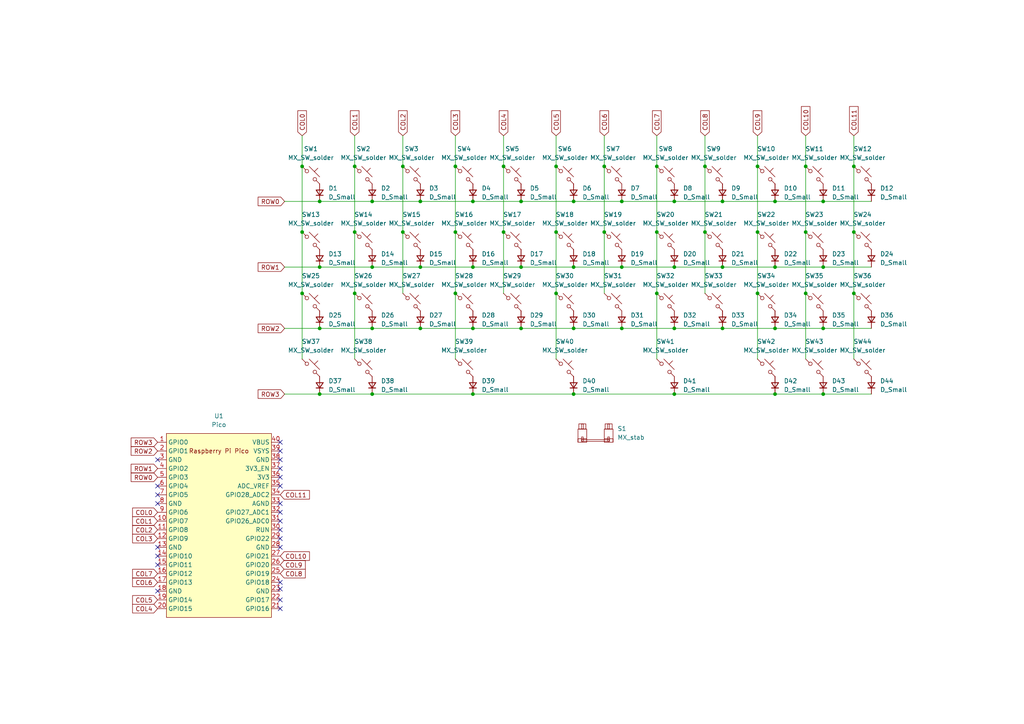
<source format=kicad_sch>
(kicad_sch (version 20230121) (generator eeschema)
  (paper "A4")
  (title_block (title "Bratski Keyboard") (date "2023-12-13") (rev "1") (company "Sinisha Stojchevski"))
  (lib_symbols
    (symbol "Device:D_Small" (pin_numbers hide) (pin_names (offset 0.254) hide)
      (property "Reference" "D" (at -1.27 2.032 0))
      (property "Value" "D_Small" (at -3.81 -2.032 0))
      (symbol "D_Small_0_1"
        (polyline (pts (xy -0.762 -1.016) (xy -0.762 1.016)) (stroke (width 0.254)))
        (polyline (pts (xy -0.762 0) (xy 0.762 0)))
        (polyline (pts (xy 0.762 -1.016) (xy -0.762 0) (xy 0.762 1.016) (xy 0.762 -1.016)) (stroke (width 0.254)))
      )
      (symbol "D_Small_1_1"
        (pin passive line (at -2.54 0 0) (length 1.778) (name "K") (number "1"))
        (pin passive line (at 2.54 0 180) (length 1.778) (name "A") (number "2"))
      )
    )
    (symbol "MCU_RaspberryPi_and_Boards:Pico"
      (property "Reference" "U1" (at 0 31.75 0))
      (property "Value" "Pico" (at 0 29.21 0))
      (symbol "Pico_0_0"
        (text "Raspberry Pi Pico" (at 0 21.59 0) (effects (font (size 1.27 1.27))))
      )
      (symbol "Pico_0_1"
        (rectangle (start -15.24 26.67) (end 15.24 -26.67) (fill (type background)))
      )
      (symbol "Pico_1_1"
        (pin bidirectional line (at -17.78 24.13 0) (length 2.54) (name "GPIO0") (number "1"))
        (pin bidirectional line (at -17.78 1.27 0) (length 2.54) (name "GPIO7") (number "10"))
        (pin bidirectional line (at -17.78 -1.27 0) (length 2.54) (name "GPIO8") (number "11"))
        (pin bidirectional line (at -17.78 -3.81 0) (length 2.54) (name "GPIO9") (number "12"))
        (pin power_in line (at -17.78 -6.35 0) (length 2.54) (name "GND") (number "13"))
        (pin bidirectional line (at -17.78 -8.89 0) (length 2.54) (name "GPIO10") (number "14"))
        (pin bidirectional line (at -17.78 -11.43 0) (length 2.54) (name "GPIO11") (number "15"))
        (pin bidirectional line (at -17.78 -13.97 0) (length 2.54) (name "GPIO12") (number "16"))
        (pin bidirectional line (at -17.78 -16.51 0) (length 2.54) (name "GPIO13") (number "17"))
        (pin power_in line (at -17.78 -19.05 0) (length 2.54) (name "GND") (number "18"))
        (pin bidirectional line (at -17.78 -21.59 0) (length 2.54) (name "GPIO14") (number "19"))
        (pin bidirectional line (at -17.78 21.59 0) (length 2.54) (name "GPIO1") (number "2"))
        (pin bidirectional line (at -17.78 -24.13 0) (length 2.54) (name "GPIO15") (number "20"))
        (pin bidirectional line (at 17.78 -24.13 180) (length 2.54) (name "GPIO16") (number "21"))
        (pin bidirectional line (at 17.78 -21.59 180) (length 2.54) (name "GPIO17") (number "22"))
        (pin power_in line (at 17.78 -19.05 180) (length 2.54) (name "GND") (number "23"))
        (pin bidirectional line (at 17.78 -16.51 180) (length 2.54) (name "GPIO18") (number "24"))
        (pin bidirectional line (at 17.78 -13.97 180) (length 2.54) (name "GPIO19") (number "25"))
        (pin bidirectional line (at 17.78 -11.43 180) (length 2.54) (name "GPIO20") (number "26"))
        (pin bidirectional line (at 17.78 -8.89 180) (length 2.54) (name "GPIO21") (number "27"))
        (pin power_in line (at 17.78 -6.35 180) (length 2.54) (name "GND") (number "28"))
        (pin bidirectional line (at 17.78 -3.81 180) (length 2.54) (name "GPIO22") (number "29"))
        (pin power_in line (at -17.78 19.05 0) (length 2.54) (name "GND") (number "3"))
        (pin input line (at 17.78 -1.27 180) (length 2.54) (name "RUN") (number "30"))
        (pin bidirectional line (at 17.78 1.27 180) (length 2.54) (name "GPIO26_ADC0") (number "31"))
        (pin bidirectional line (at 17.78 3.81 180) (length 2.54) (name "GPIO27_ADC1") (number "32"))
        (pin power_in line (at 17.78 6.35 180) (length 2.54) (name "AGND") (number "33"))
        (pin bidirectional line (at 17.78 8.89 180) (length 2.54) (name "GPIO28_ADC2") (number "34"))
        (pin power_in line (at 17.78 11.43 180) (length 2.54) (name "ADC_VREF") (number "35"))
        (pin power_in line (at 17.78 13.97 180) (length 2.54) (name "3V3") (number "36"))
        (pin input line (at 17.78 16.51 180) (length 2.54) (name "3V3_EN") (number "37"))
        (pin bidirectional line (at 17.78 19.05 180) (length 2.54) (name "GND") (number "38"))
        (pin power_in line (at 17.78 21.59 180) (length 2.54) (name "VSYS") (number "39"))
        (pin bidirectional line (at -17.78 16.51 0) (length 2.54) (name "GPIO2") (number "4"))
        (pin power_in line (at 17.78 24.13 180) (length 2.54) (name "VBUS") (number "40"))
        (pin bidirectional line (at -17.78 13.97 0) (length 2.54) (name "GPIO3") (number "5"))
        (pin bidirectional line (at -17.78 11.43 0) (length 2.54) (name "GPIO4") (number "6"))
        (pin bidirectional line (at -17.78 8.89 0) (length 2.54) (name "GPIO5") (number "7"))
        (pin power_in line (at -17.78 6.35 0) (length 2.54) (name "GND") (number "8"))
        (pin bidirectional line (at -17.78 3.81 0) (length 2.54) (name "GPIO6") (number "9"))
      )
    )
    (symbol "marbastlib-mx:MX_SW_solder" (pin_numbers hide) (pin_names (offset 1.016) hide)
      (property "Reference" "SW" (at 3.048 1.016 0))
      (property "Value" "MX_SW_solder" (at 0 -3.81 0))
      (symbol "MX_SW_solder_0_1"
        (circle (center -1.1684 1.1684) (radius 0.508))
        (polyline (pts (xy -0.508 2.54) (xy 2.54 -0.508)))
        (polyline (pts (xy 1.016 1.016) (xy 2.032 2.032)))
        (polyline (pts (xy -2.54 2.54) (xy -1.524 1.524) (xy -1.524 1.524)))
        (polyline (pts (xy 1.524 -1.524) (xy 2.54 -2.54) (xy 2.54 -2.54) (xy 2.54 -2.54)))
        (circle (center 1.143 -1.1938) (radius 0.508))
        (pin passive line (at -2.54 2.54 0) (length 0) (name "1") (number "1"))
        (pin passive line (at 2.54 -2.54 180) (length 0) (name "2") (number "2"))
      )
    )
    (symbol "marbastlib-mx:MX_stab" (pin_names (offset 1.016))
      (property "Reference" "S" (at -5.08 6.35 0))
      (property "Value" "MX_stab" (at -5.08 3.81 0))
      (symbol "MX_stab_0_1"
        (rectangle (start -5.08 -1.524) (end -2.54 -2.54))
        (rectangle (start -5.08 1.27) (end -2.54 -2.54))
        (rectangle (start -4.826 2.794) (end -2.794 1.27))
        (rectangle (start -4.064 -2.286) (end -3.556 -1.016))
        (rectangle (start -4.064 -1.778) (end 4.064 -2.286))
        (rectangle (start -4.064 1.27) (end -3.556 2.794))
        (rectangle (start 2.54 -1.524) (end 5.08 -2.54))
        (rectangle (start 2.54 1.27) (end 5.08 -2.54))
        (rectangle (start 2.794 2.794) (end 4.826 1.27))
        (rectangle (start 3.556 1.27) (end 4.064 2.794))
        (rectangle (start 4.064 -2.286) (end 3.556 -1.016))
      )
    )
  )
  (junction (at 116.84 48.26))
  (junction (at 233.68 85.09))
  (junction (at 195.58 77.47))
  (junction (at 137.16 114.3))
  (junction (at 137.16 95.25))
  (junction (at 238.76 95.25))
  (junction (at 132.08 67.31))
  (junction (at 247.65 48.26))
  (junction (at 224.79 77.47))
  (junction (at 195.58 114.3))
  (junction (at 195.58 95.25))
  (junction (at 166.37 77.47))
  (junction (at 238.76 77.47))
  (junction (at 107.95 95.25))
  (junction (at 180.34 58.42))
  (junction (at 137.16 77.47))
  (junction (at 146.05 48.26))
  (junction (at 92.71 114.3))
  (junction (at 238.76 58.42))
  (junction (at 87.63 67.31))
  (junction (at 180.34 77.47))
  (junction (at 224.79 114.3))
  (junction (at 107.95 77.47))
  (junction (at 102.87 48.26))
  (junction (at 146.05 67.31))
  (junction (at 190.5 48.26))
  (junction (at 116.84 67.31))
  (junction (at 87.63 85.09))
  (junction (at 151.13 77.47))
  (junction (at 121.92 77.47))
  (junction (at 190.5 85.09))
  (junction (at 224.79 58.42))
  (junction (at 137.16 58.42))
  (junction (at 121.92 58.42))
  (junction (at 247.65 67.31))
  (junction (at 102.87 85.09))
  (junction (at 209.55 95.25))
  (junction (at 209.55 77.47))
  (junction (at 161.29 67.31))
  (junction (at 132.08 48.26))
  (junction (at 204.47 48.26))
  (junction (at 161.29 48.26))
  (junction (at 175.26 48.26))
  (junction (at 166.37 58.42))
  (junction (at 151.13 95.25))
  (junction (at 219.71 48.26))
  (junction (at 92.71 77.47))
  (junction (at 238.76 114.3))
  (junction (at 166.37 114.3))
  (junction (at 132.08 85.09))
  (junction (at 166.37 95.25))
  (junction (at 233.68 48.26))
  (junction (at 233.68 67.31))
  (junction (at 151.13 58.42))
  (junction (at 247.65 85.09))
  (junction (at 121.92 95.25))
  (junction (at 161.29 85.09))
  (junction (at 180.34 95.25))
  (junction (at 190.5 67.31))
  (junction (at 107.95 114.3))
  (junction (at 107.95 58.42))
  (junction (at 204.47 67.31))
  (junction (at 219.71 67.31))
  (junction (at 195.58 58.42))
  (junction (at 92.71 58.42))
  (junction (at 175.26 67.31))
  (junction (at 102.87 67.31))
  (junction (at 92.71 95.25))
  (junction (at 87.63 48.26))
  (junction (at 224.79 95.25))
  (junction (at 209.55 58.42))
  (junction (at 219.71 85.09))
  (no_connect (at 45.72 140.97))
  (no_connect (at 45.72 163.83))
  (no_connect (at 45.72 161.29))
  (no_connect (at 45.72 143.51))
  (no_connect (at 81.28 135.89))
  (no_connect (at 81.28 158.75))
  (no_connect (at 81.28 128.27))
  (no_connect (at 81.28 173.99))
  (no_connect (at 81.28 130.81))
  (no_connect (at 81.28 133.35))
  (no_connect (at 81.28 170.815))
  (no_connect (at 81.28 176.53))
  (no_connect (at 81.28 168.91))
  (no_connect (at 81.28 156.21))
  (no_connect (at 81.28 148.59))
  (no_connect (at 45.72 133.35))
  (no_connect (at 81.28 146.05))
  (no_connect (at 81.28 151.13))
  (no_connect (at 81.28 140.97))
  (no_connect (at 81.28 153.67))
  (no_connect (at 45.72 146.05))
  (no_connect (at 45.72 158.75))
  (no_connect (at 45.72 171.45))
  (no_connect (at 81.28 138.43))
  (wire (pts (xy 87.63 39.37) (xy 87.63 48.26)))
  (wire (pts (xy 82.55 114.3) (xy 92.71 114.3)))
  (wire (pts (xy 224.79 58.42) (xy 238.76 58.42)))
  (wire (pts (xy 121.92 95.25) (xy 137.16 95.25)))
  (wire (pts (xy 132.08 48.26) (xy 132.08 67.31)))
  (wire (pts (xy 175.26 67.31) (xy 175.26 85.09)))
  (wire (pts (xy 102.87 48.26) (xy 102.87 67.31)))
  (wire (pts (xy 166.37 114.3) (xy 195.58 114.3)))
  (wire (pts (xy 92.71 77.47) (xy 107.95 77.47)))
  (wire (pts (xy 233.68 67.31) (xy 233.68 85.09)))
  (wire (pts (xy 107.95 114.3) (xy 137.16 114.3)))
  (wire (pts (xy 219.71 39.37) (xy 219.71 48.26)))
  (wire (pts (xy 87.63 48.26) (xy 87.63 67.31)))
  (wire (pts (xy 180.34 58.42) (xy 195.58 58.42)))
  (wire (pts (xy 151.13 95.25) (xy 166.37 95.25)))
  (wire (pts (xy 121.92 77.47) (xy 137.16 77.47)))
  (wire (pts (xy 87.63 67.31) (xy 87.63 85.09)))
  (wire (pts (xy 92.71 58.42) (xy 107.95 58.42)))
  (wire (pts (xy 238.76 77.47) (xy 252.73 77.47)))
  (wire (pts (xy 247.65 48.26) (xy 247.65 67.31)))
  (wire (pts (xy 204.47 67.31) (xy 204.47 85.09)))
  (wire (pts (xy 116.84 67.31) (xy 116.84 85.09)))
  (wire (pts (xy 224.79 114.3) (xy 238.76 114.3)))
  (wire (pts (xy 204.47 39.37) (xy 204.47 48.26)))
  (wire (pts (xy 137.16 77.47) (xy 151.13 77.47)))
  (wire (pts (xy 116.84 39.37) (xy 116.84 48.26)))
  (wire (pts (xy 137.16 58.42) (xy 151.13 58.42)))
  (wire (pts (xy 195.58 58.42) (xy 209.55 58.42)))
  (wire (pts (xy 238.76 95.25) (xy 252.73 95.25)))
  (wire (pts (xy 247.65 85.09) (xy 247.65 104.14)))
  (wire (pts (xy 175.26 48.26) (xy 175.26 67.31)))
  (wire (pts (xy 209.55 77.47) (xy 224.79 77.47)))
  (wire (pts (xy 180.34 77.47) (xy 195.58 77.47)))
  (wire (pts (xy 102.87 39.37) (xy 102.87 48.26)))
  (wire (pts (xy 204.47 48.26) (xy 204.47 67.31)))
  (wire (pts (xy 190.5 48.26) (xy 190.5 67.31)))
  (wire (pts (xy 247.65 39.37) (xy 247.65 48.26)))
  (wire (pts (xy 161.29 67.31) (xy 161.29 85.09)))
  (wire (pts (xy 107.95 58.42) (xy 121.92 58.42)))
  (wire (pts (xy 92.71 95.25) (xy 107.95 95.25)))
  (wire (pts (xy 209.55 58.42) (xy 224.79 58.42)))
  (wire (pts (xy 102.87 67.31) (xy 102.87 85.09)))
  (wire (pts (xy 219.71 67.31) (xy 219.71 85.09)))
  (wire (pts (xy 180.34 95.25) (xy 195.58 95.25)))
  (wire (pts (xy 161.29 39.37) (xy 161.29 48.26)))
  (wire (pts (xy 132.08 39.37) (xy 132.08 48.26)))
  (wire (pts (xy 195.58 95.25) (xy 209.55 95.25)))
  (wire (pts (xy 146.05 67.31) (xy 146.05 85.09)))
  (wire (pts (xy 107.95 77.47) (xy 121.92 77.47)))
  (wire (pts (xy 233.68 48.26) (xy 233.68 67.31)))
  (wire (pts (xy 87.63 85.09) (xy 87.63 104.14)))
  (wire (pts (xy 161.29 85.09) (xy 161.29 104.14)))
  (wire (pts (xy 161.29 48.26) (xy 161.29 67.31)))
  (wire (pts (xy 238.76 58.42) (xy 252.73 58.42)))
  (wire (pts (xy 219.71 85.09) (xy 219.71 104.14)))
  (wire (pts (xy 166.37 95.25) (xy 180.34 95.25)))
  (wire (pts (xy 132.08 85.09) (xy 132.08 104.14)))
  (wire (pts (xy 195.58 114.3) (xy 224.79 114.3)))
  (wire (pts (xy 166.37 77.47) (xy 180.34 77.47)))
  (wire (pts (xy 102.87 85.09) (xy 102.87 104.14)))
  (wire (pts (xy 137.16 114.3) (xy 166.37 114.3)))
  (wire (pts (xy 224.79 77.47) (xy 238.76 77.47)))
  (wire (pts (xy 121.92 58.42) (xy 137.16 58.42)))
  (wire (pts (xy 233.68 85.09) (xy 233.68 104.14)))
  (wire (pts (xy 82.55 58.42) (xy 92.71 58.42)))
  (wire (pts (xy 190.5 39.37) (xy 190.5 48.26)))
  (wire (pts (xy 151.13 77.47) (xy 166.37 77.47)))
  (wire (pts (xy 82.55 77.47) (xy 92.71 77.47)))
  (wire (pts (xy 151.13 58.42) (xy 166.37 58.42)))
  (wire (pts (xy 190.5 67.31) (xy 190.5 85.09)))
  (wire (pts (xy 82.55 95.25) (xy 92.71 95.25)))
  (wire (pts (xy 107.95 95.25) (xy 121.92 95.25)))
  (wire (pts (xy 166.37 58.42) (xy 180.34 58.42)))
  (wire (pts (xy 146.05 39.37) (xy 146.05 48.26)))
  (wire (pts (xy 209.55 95.25) (xy 224.79 95.25)))
  (wire (pts (xy 233.68 39.37) (xy 233.68 48.26)))
  (wire (pts (xy 175.26 39.37) (xy 175.26 48.26)))
  (wire (pts (xy 238.76 114.3) (xy 252.73 114.3)))
  (wire (pts (xy 247.65 67.31) (xy 247.65 85.09)))
  (wire (pts (xy 116.84 48.26) (xy 116.84 67.31)))
  (wire (pts (xy 224.79 95.25) (xy 238.76 95.25)))
  (wire (pts (xy 132.08 67.31) (xy 132.08 85.09)))
  (wire (pts (xy 137.16 95.25) (xy 151.13 95.25)))
  (wire (pts (xy 219.71 48.26) (xy 219.71 67.31)))
  (wire (pts (xy 92.71 114.3) (xy 107.95 114.3)))
  (wire (pts (xy 190.5 85.09) (xy 190.5 104.14)))
  (wire (pts (xy 146.05 48.26) (xy 146.05 67.31)))
  (wire (pts (xy 195.58 77.47) (xy 209.55 77.47)))
  (global_label "COL7" (shape input) (at 45.72 166.37 180) (property "Intersheetrefs" "${INTERSHEET_REFS}" (effects hide)))
  (global_label "COL6" (shape input) (at 45.72 168.91 180) (property "Intersheetrefs" "${INTERSHEET_REFS}" (effects hide)))
  (global_label "COL10" (shape input) (at 233.68 39.37 90) (property "Intersheetrefs" "${INTERSHEET_REFS}" (effects hide)))
  (global_label "COL2" (shape input) (at 116.84 39.37 90) (property "Intersheetrefs" "${INTERSHEET_REFS}" (effects hide)))
  (global_label "ROW3" (shape input) (at 45.72 128.27 180) (property "Intersheetrefs" "${INTERSHEET_REFS}" (effects hide)))
  (global_label "COL5" (shape input) (at 161.29 39.37 90) (property "Intersheetrefs" "${INTERSHEET_REFS}" (effects hide)))
  (global_label "COL8" (shape input) (at 81.28 166.37 0) (property "Intersheetrefs" "${INTERSHEET_REFS}" (effects hide)))
  (global_label "COL11" (shape input) (at 81.28 143.51 0) (property "Intersheetrefs" "${INTERSHEET_REFS}" (effects hide)))
  (global_label "ROW0" (shape input) (at 45.72 138.43 180) (property "Intersheetrefs" "${INTERSHEET_REFS}" (effects hide)))
  (global_label "ROW1" (shape input) (at 82.55 77.47 180) (property "Intersheetrefs" "${INTERSHEET_REFS}" (effects hide)))
  (global_label "COL2" (shape input) (at 45.72 153.67 180) (property "Intersheetrefs" "${INTERSHEET_REFS}" (effects hide)))
  (global_label "COL4" (shape input) (at 146.05 39.37 90) (property "Intersheetrefs" "${INTERSHEET_REFS}" (effects hide)))
  (global_label "ROW1" (shape input) (at 45.72 135.89 180) (property "Intersheetrefs" "${INTERSHEET_REFS}" (effects hide)))
  (global_label "ROW2" (shape input) (at 82.55 95.25 180) (property "Intersheetrefs" "${INTERSHEET_REFS}" (effects hide)))
  (global_label "COL9" (shape input) (at 81.28 163.83 0) (property "Intersheetrefs" "${INTERSHEET_REFS}" (effects hide)))
  (global_label "COL0" (shape input) (at 87.63 39.37 90) (property "Intersheetrefs" "${INTERSHEET_REFS}" (effects hide)))
  (global_label "COL0" (shape input) (at 45.72 148.59 180) (property "Intersheetrefs" "${INTERSHEET_REFS}" (effects hide)))
  (global_label "ROW2" (shape input) (at 45.72 130.81 180) (property "Intersheetrefs" "${INTERSHEET_REFS}" (effects hide)))
  (global_label "COL3" (shape input) (at 132.08 39.37 90) (property "Intersheetrefs" "${INTERSHEET_REFS}" (effects hide)))
  (global_label "COL1" (shape input) (at 102.87 39.37 90) (property "Intersheetrefs" "${INTERSHEET_REFS}" (effects hide)))
  (global_label "COL7" (shape input) (at 190.5 39.37 90) (property "Intersheetrefs" "${INTERSHEET_REFS}" (effects hide)))
  (global_label "COL3" (shape input) (at 45.72 156.21 180) (property "Intersheetrefs" "${INTERSHEET_REFS}" (effects hide)))
  (global_label "COL8" (shape input) (at 204.47 39.37 90) (property "Intersheetrefs" "${INTERSHEET_REFS}" (effects hide)))
  (global_label "COL11" (shape input) (at 247.65 39.37 90) (property "Intersheetrefs" "${INTERSHEET_REFS}" (effects hide)))
  (global_label "COL6" (shape input) (at 175.26 39.37 90) (property "Intersheetrefs" "${INTERSHEET_REFS}" (effects hide)))
  (global_label "COL5" (shape input) (at 45.72 173.99 180) (property "Intersheetrefs" "${INTERSHEET_REFS}" (effects hide)))
  (global_label "COL4" (shape input) (at 45.72 176.53 180) (property "Intersheetrefs" "${INTERSHEET_REFS}" (effects hide)))
  (global_label "COL10" (shape input) (at 81.28 161.29 0) (property "Intersheetrefs" "${INTERSHEET_REFS}" (effects hide)))
  (global_label "ROW0" (shape input) (at 82.55 58.42 180) (property "Intersheetrefs" "${INTERSHEET_REFS}" (effects hide)))
  (global_label "COL9" (shape input) (at 219.71 39.37 90) (property "Intersheetrefs" "${INTERSHEET_REFS}" (effects hide)))
  (global_label "ROW3" (shape input) (at 82.55 114.3 180) (property "Intersheetrefs" "${INTERSHEET_REFS}" (effects hide)))
  (global_label "COL1" (shape input) (at 45.72 151.13 180) (property "Intersheetrefs" "${INTERSHEET_REFS}" (effects hide)))
  (symbol (lib_id "marbastlib-mx:MX_SW_solder") (at 105.41 50.8 0) (unit 1)
    (property "Reference" "SW2" (at 105.41 43.18 0))
    (property "Value" "MX_SW_solder" (at 105.41 45.72 0))
    (property "Footprint" "marbastlib-mx:SW_MX_1u" (effects hide))
  )
  (symbol (lib_id "marbastlib-mx:MX_SW_solder") (at 207.01 50.8 0) (unit 1)
    (property "Reference" "SW9" (at 207.01 43.18 0))
    (property "Value" "MX_SW_solder" (at 207.01 45.72 0))
    (property "Footprint" "marbastlib-mx:SW_MX_1u" (effects hide))
  )
  (symbol (lib_id "marbastlib-mx:MX_SW_solder") (at 222.25 87.63 0) (unit 1)
    (property "Reference" "SW34" (at 222.25 80.01 0))
    (property "Value" "MX_SW_solder" (at 222.25 82.55 0))
    (property "Footprint" "marbastlib-mx:SW_MX_1u" (effects hide))
  )
  (symbol (lib_id "marbastlib-mx:MX_SW_solder") (at 177.8 87.63 0) (unit 1)
    (property "Reference" "SW31" (at 177.8 80.01 0))
    (property "Value" "MX_SW_solder" (at 177.8 82.55 0))
    (property "Footprint" "marbastlib-mx:SW_MX_1u" (effects hide))
  )
  (symbol (lib_id "Device:D_Small") (at 137.16 111.76 90) (unit 1)
    (property "Reference" "D39" (at 139.7 110.4899 90) (effects (justify right)))
    (property "Value" "D_Small" (at 139.7 113.0299 90) (effects (justify right)))
    (property "Footprint" "Diode_SMD:D_SOD-123" (effects hide))
  )
  (symbol (lib_id "Device:D_Small") (at 121.92 74.93 90) (unit 1)
    (property "Reference" "D15" (at 124.46 73.6599 90) (effects (justify right)))
    (property "Value" "D_Small" (at 124.46 76.1999 90) (effects (justify right)))
    (property "Footprint" "Diode_SMD:D_SOD-123" (effects hide))
  )
  (symbol (lib_id "marbastlib-mx:MX_SW_solder") (at 134.62 69.85 0) (unit 1)
    (property "Reference" "SW16" (at 134.62 62.23 0))
    (property "Value" "MX_SW_solder" (at 134.62 64.77 0))
    (property "Footprint" "marbastlib-mx:SW_MX_1u" (effects hide))
  )
  (symbol (lib_id "Device:D_Small") (at 107.95 55.88 90) (unit 1)
    (property "Reference" "D2" (at 110.49 54.6099 90) (effects (justify right)))
    (property "Value" "D_Small" (at 110.49 57.1499 90) (effects (justify right)))
    (property "Footprint" "Diode_SMD:D_SOD-123" (effects hide))
  )
  (symbol (lib_id "Device:D_Small") (at 224.79 111.76 90) (unit 1)
    (property "Reference" "D42" (at 227.33 110.4899 90) (effects (justify right)))
    (property "Value" "D_Small" (at 227.33 113.0299 90) (effects (justify right)))
    (property "Footprint" "Diode_SMD:D_SOD-123" (effects hide))
  )
  (symbol (lib_id "marbastlib-mx:MX_SW_solder") (at 163.83 106.68 0) (unit 1)
    (property "Reference" "SW40" (at 163.83 99.06 0))
    (property "Value" "MX_SW_solder" (at 163.83 101.6 0))
    (property "Footprint" "marbastlib-mx:SW_MX_1u" (effects hide))
  )
  (symbol (lib_id "marbastlib-mx:MX_SW_solder") (at 207.01 87.63 0) (unit 1)
    (property "Reference" "SW33" (at 207.01 80.01 0))
    (property "Value" "MX_SW_solder" (at 207.01 82.55 0))
    (property "Footprint" "marbastlib-mx:SW_MX_1u" (effects hide))
  )
  (symbol (lib_id "Device:D_Small") (at 92.71 74.93 90) (unit 1)
    (property "Reference" "D13" (at 95.25 73.6599 90) (effects (justify right)))
    (property "Value" "D_Small" (at 95.25 76.1999 90) (effects (justify right)))
    (property "Footprint" "Diode_SMD:D_SOD-123" (effects hide))
  )
  (symbol (lib_id "marbastlib-mx:MX_SW_solder") (at 236.22 50.8 0) (unit 1)
    (property "Reference" "SW11" (at 236.22 43.18 0))
    (property "Value" "MX_SW_solder" (at 236.22 45.72 0))
    (property "Footprint" "marbastlib-mx:SW_MX_1u" (effects hide))
  )
  (symbol (lib_id "Device:D_Small") (at 166.37 74.93 90) (unit 1)
    (property "Reference" "D18" (at 168.91 73.6599 90) (effects (justify right)))
    (property "Value" "D_Small" (at 168.91 76.1999 90) (effects (justify right)))
    (property "Footprint" "Diode_SMD:D_SOD-123" (effects hide))
  )
  (symbol (lib_id "Device:D_Small") (at 252.73 111.76 90) (unit 1)
    (property "Reference" "D44" (at 255.27 110.4899 90) (effects (justify right)))
    (property "Value" "D_Small" (at 255.27 113.0299 90) (effects (justify right)))
    (property "Footprint" "Diode_SMD:D_SOD-123" (effects hide))
  )
  (symbol (lib_id "Device:D_Small") (at 209.55 92.71 90) (unit 1)
    (property "Reference" "D33" (at 212.09 91.4399 90) (effects (justify right)))
    (property "Value" "D_Small" (at 212.09 93.9799 90) (effects (justify right)))
    (property "Footprint" "Diode_SMD:D_SOD-123" (effects hide))
  )
  (symbol (lib_id "marbastlib-mx:MX_SW_solder") (at 163.83 50.8 0) (unit 1)
    (property "Reference" "SW6" (at 163.83 43.18 0))
    (property "Value" "MX_SW_solder" (at 163.83 45.72 0))
    (property "Footprint" "marbastlib-mx:SW_MX_1u" (effects hide))
  )
  (symbol (lib_id "Device:D_Small") (at 137.16 92.71 90) (unit 1)
    (property "Reference" "D28" (at 139.7 91.4399 90) (effects (justify right)))
    (property "Value" "D_Small" (at 139.7 93.9799 90) (effects (justify right)))
    (property "Footprint" "Diode_SMD:D_SOD-123" (effects hide))
  )
  (symbol (lib_id "marbastlib-mx:MX_SW_solder") (at 90.17 69.85 0) (unit 1)
    (property "Reference" "SW13" (at 90.17 62.23 0))
    (property "Value" "MX_SW_solder" (at 90.17 64.77 0))
    (property "Footprint" "marbastlib-mx:SW_MX_1u" (effects hide))
  )
  (symbol (lib_id "Device:D_Small") (at 107.95 92.71 90) (unit 1)
    (property "Reference" "D26" (at 110.49 91.4399 90) (effects (justify right)))
    (property "Value" "D_Small" (at 110.49 93.9799 90) (effects (justify right)))
    (property "Footprint" "Diode_SMD:D_SOD-123" (effects hide))
  )
  (symbol (lib_id "Device:D_Small") (at 224.79 92.71 90) (unit 1)
    (property "Reference" "D34" (at 227.33 91.4399 90) (effects (justify right)))
    (property "Value" "D_Small" (at 227.33 93.9799 90) (effects (justify right)))
    (property "Footprint" "Diode_SMD:D_SOD-123" (effects hide))
  )
  (symbol (lib_id "MCU_RaspberryPi_and_Boards:Pico") (at 63.5 152.4 0) (unit 1)
    (property "Reference" "U1" (at 63.5 120.65 0))
    (property "Value" "Pico" (at 63.5 123.19 0))
    (property "Footprint" "MCU_RaspberryPi_and_Boards:RPi_Pico_SMD_TH" (effects hide))
  )
  (symbol (lib_id "Device:D_Small") (at 195.58 92.71 90) (unit 1)
    (property "Reference" "D32" (at 198.12 91.4399 90) (effects (justify right)))
    (property "Value" "D_Small" (at 198.12 93.9799 90) (effects (justify right)))
    (property "Footprint" "Diode_SMD:D_SOD-123" (effects hide))
  )
  (symbol (lib_id "Device:D_Small") (at 92.71 92.71 90) (unit 1)
    (property "Reference" "D25" (at 95.25 91.4399 90) (effects (justify right)))
    (property "Value" "D_Small" (at 95.25 93.9799 90) (effects (justify right)))
    (property "Footprint" "Diode_SMD:D_SOD-123" (effects hide))
  )
  (symbol (lib_id "marbastlib-mx:MX_SW_solder") (at 90.17 87.63 0) (unit 1)
    (property "Reference" "SW25" (at 90.17 80.01 0))
    (property "Value" "MX_SW_solder" (at 90.17 82.55 0))
    (property "Footprint" "marbastlib-mx:SW_MX_1.25u" (effects hide))
  )
  (symbol (lib_id "marbastlib-mx:MX_SW_solder") (at 193.04 69.85 0) (unit 1)
    (property "Reference" "SW20" (at 193.04 62.23 0))
    (property "Value" "MX_SW_solder" (at 193.04 64.77 0))
    (property "Footprint" "marbastlib-mx:SW_MX_1u" (effects hide))
  )
  (symbol (lib_id "Device:D_Small") (at 252.73 55.88 90) (unit 1)
    (property "Reference" "D12" (at 255.27 54.6099 90) (effects (justify right)))
    (property "Value" "D_Small" (at 255.27 57.1499 90) (effects (justify right)))
    (property "Footprint" "Diode_SMD:D_SOD-123" (effects hide))
  )
  (symbol (lib_id "marbastlib-mx:MX_SW_solder") (at 163.83 69.85 0) (unit 1)
    (property "Reference" "SW18" (at 163.83 62.23 0))
    (property "Value" "MX_SW_solder" (at 163.83 64.77 0))
    (property "Footprint" "marbastlib-mx:SW_MX_1u" (effects hide))
  )
  (symbol (lib_id "marbastlib-mx:MX_SW_solder") (at 148.59 50.8 0) (unit 1)
    (property "Reference" "SW5" (at 148.59 43.18 0))
    (property "Value" "MX_SW_solder" (at 148.59 45.72 0))
    (property "Footprint" "marbastlib-mx:SW_MX_1u" (effects hide))
  )
  (symbol (lib_id "marbastlib-mx:MX_stab") (at 172.72 125.73 0) (unit 1)
    (property "Reference" "S1" (at 179.07 124.3329 0) (effects (justify left)))
    (property "Value" "MX_stab" (at 179.07 126.8729 0) (effects (justify left)))
    (property "Footprint" "marbastlib-mx:STAB_MX_P_3u" (effects hide))
  )
  (symbol (lib_id "marbastlib-mx:MX_SW_solder") (at 236.22 106.68 0) (unit 1)
    (property "Reference" "SW43" (at 236.22 99.06 0))
    (property "Value" "MX_SW_solder" (at 236.22 101.6 0))
    (property "Footprint" "marbastlib-mx:SW_MX_1.25u" (effects hide))
  )
  (symbol (lib_id "Device:D_Small") (at 151.13 92.71 90) (unit 1)
    (property "Reference" "D29" (at 153.67 91.4399 90) (effects (justify right)))
    (property "Value" "D_Small" (at 153.67 93.9799 90) (effects (justify right)))
    (property "Footprint" "Diode_SMD:D_SOD-123" (effects hide))
  )
  (symbol (lib_id "marbastlib-mx:MX_SW_solder") (at 193.04 87.63 0) (unit 1)
    (property "Reference" "SW32" (at 193.04 80.01 0))
    (property "Value" "MX_SW_solder" (at 193.04 82.55 0))
    (property "Footprint" "marbastlib-mx:SW_MX_1u" (effects hide))
  )
  (symbol (lib_id "marbastlib-mx:MX_SW_solder") (at 90.17 106.68 0) (unit 1)
    (property "Reference" "SW37" (at 90.17 99.06 0))
    (property "Value" "MX_SW_solder" (at 90.17 101.6 0))
    (property "Footprint" "marbastlib-mx:SW_MX_1.5u" (effects hide))
  )
  (symbol (lib_id "marbastlib-mx:MX_SW_solder") (at 148.59 69.85 0) (unit 1)
    (property "Reference" "SW17" (at 148.59 62.23 0))
    (property "Value" "MX_SW_solder" (at 148.59 64.77 0))
    (property "Footprint" "marbastlib-mx:SW_MX_1u" (effects hide))
  )
  (symbol (lib_id "marbastlib-mx:MX_SW_solder") (at 119.38 69.85 0) (unit 1)
    (property "Reference" "SW15" (at 119.38 62.23 0))
    (property "Value" "MX_SW_solder" (at 119.38 64.77 0))
    (property "Footprint" "marbastlib-mx:SW_MX_1u" (effects hide))
  )
  (symbol (lib_id "marbastlib-mx:MX_SW_solder") (at 250.19 87.63 0) (unit 1)
    (property "Reference" "SW36" (at 250.19 80.01 0))
    (property "Value" "MX_SW_solder" (at 250.19 82.55 0))
    (property "Footprint" "marbastlib-mx:SW_MX_1.25u" (effects hide))
  )
  (symbol (lib_id "Device:D_Small") (at 92.71 111.76 90) (unit 1)
    (property "Reference" "D37" (at 95.25 110.4899 90) (effects (justify right)))
    (property "Value" "D_Small" (at 95.25 113.0299 90) (effects (justify right)))
    (property "Footprint" "Diode_SMD:D_SOD-123" (effects hide))
  )
  (symbol (lib_id "Device:D_Small") (at 195.58 111.76 90) (unit 1)
    (property "Reference" "D41" (at 198.12 110.4899 90) (effects (justify right)))
    (property "Value" "D_Small" (at 198.12 113.0299 90) (effects (justify right)))
    (property "Footprint" "Diode_SMD:D_SOD-123" (effects hide))
  )
  (symbol (lib_id "marbastlib-mx:MX_SW_solder") (at 250.19 50.8 0) (unit 1)
    (property "Reference" "SW12" (at 250.19 43.18 0))
    (property "Value" "MX_SW_solder" (at 250.19 45.72 0))
    (property "Footprint" "marbastlib-mx:SW_MX_1.5u" (effects hide))
  )
  (symbol (lib_id "marbastlib-mx:MX_SW_solder") (at 236.22 69.85 0) (unit 1)
    (property "Reference" "SW23" (at 236.22 62.23 0))
    (property "Value" "MX_SW_solder" (at 236.22 64.77 0))
    (property "Footprint" "marbastlib-mx:SW_MX_1u" (effects hide))
  )
  (symbol (lib_id "Device:D_Small") (at 137.16 55.88 90) (unit 1)
    (property "Reference" "D4" (at 139.7 54.6099 90) (effects (justify right)))
    (property "Value" "D_Small" (at 139.7 57.1499 90) (effects (justify right)))
    (property "Footprint" "Diode_SMD:D_SOD-123" (effects hide))
  )
  (symbol (lib_id "marbastlib-mx:MX_SW_solder") (at 148.59 87.63 0) (unit 1)
    (property "Reference" "SW29" (at 148.59 80.01 0))
    (property "Value" "MX_SW_solder" (at 148.59 82.55 0))
    (property "Footprint" "marbastlib-mx:SW_MX_1u" (effects hide))
  )
  (symbol (lib_id "Device:D_Small") (at 180.34 55.88 90) (unit 1)
    (property "Reference" "D7" (at 182.88 54.6099 90) (effects (justify right)))
    (property "Value" "D_Small" (at 182.88 57.1499 90) (effects (justify right)))
    (property "Footprint" "Diode_SMD:D_SOD-123" (effects hide))
  )
  (symbol (lib_id "Device:D_Small") (at 166.37 92.71 90) (unit 1)
    (property "Reference" "D30" (at 168.91 91.4399 90) (effects (justify right)))
    (property "Value" "D_Small" (at 168.91 93.9799 90) (effects (justify right)))
    (property "Footprint" "Diode_SMD:D_SOD-123" (effects hide))
  )
  (symbol (lib_id "marbastlib-mx:MX_SW_solder") (at 105.41 69.85 0) (unit 1)
    (property "Reference" "SW14" (at 105.41 62.23 0))
    (property "Value" "MX_SW_solder" (at 105.41 64.77 0))
    (property "Footprint" "marbastlib-mx:SW_MX_1u" (effects hide))
  )
  (symbol (lib_id "Device:D_Small") (at 151.13 74.93 90) (unit 1)
    (property "Reference" "D17" (at 153.67 73.6599 90) (effects (justify right)))
    (property "Value" "D_Small" (at 153.67 76.1999 90) (effects (justify right)))
    (property "Footprint" "Diode_SMD:D_SOD-123" (effects hide))
  )
  (symbol (lib_id "Device:D_Small") (at 252.73 74.93 90) (unit 1)
    (property "Reference" "D24" (at 255.27 73.6599 90) (effects (justify right)))
    (property "Value" "D_Small" (at 255.27 76.1999 90) (effects (justify right)))
    (property "Footprint" "Diode_SMD:D_SOD-123" (effects hide))
  )
  (symbol (lib_id "Device:D_Small") (at 238.76 111.76 90) (unit 1)
    (property "Reference" "D43" (at 241.3 110.4899 90) (effects (justify right)))
    (property "Value" "D_Small" (at 241.3 113.0299 90) (effects (justify right)))
    (property "Footprint" "Diode_SMD:D_SOD-123" (effects hide))
  )
  (symbol (lib_id "Device:D_Small") (at 224.79 55.88 90) (unit 1)
    (property "Reference" "D10" (at 227.33 54.6099 90) (effects (justify right)))
    (property "Value" "D_Small" (at 227.33 57.1499 90) (effects (justify right)))
    (property "Footprint" "Diode_SMD:D_SOD-123" (effects hide))
  )
  (symbol (lib_id "Device:D_Small") (at 180.34 92.71 90) (unit 1)
    (property "Reference" "D31" (at 182.88 91.4399 90) (effects (justify right)))
    (property "Value" "D_Small" (at 182.88 93.9799 90) (effects (justify right)))
    (property "Footprint" "Diode_SMD:D_SOD-123" (effects hide))
  )
  (symbol (lib_id "Device:D_Small") (at 238.76 92.71 90) (unit 1)
    (property "Reference" "D35" (at 241.3 91.4399 90) (effects (justify right)))
    (property "Value" "D_Small" (at 241.3 93.9799 90) (effects (justify right)))
    (property "Footprint" "Diode_SMD:D_SOD-123" (effects hide))
  )
  (symbol (lib_id "Device:D_Small") (at 238.76 74.93 90) (unit 1)
    (property "Reference" "D23" (at 241.3 73.6599 90) (effects (justify right)))
    (property "Value" "D_Small" (at 241.3 76.1999 90) (effects (justify right)))
    (property "Footprint" "Diode_SMD:D_SOD-123" (effects hide))
  )
  (symbol (lib_id "marbastlib-mx:MX_SW_solder") (at 134.62 87.63 0) (unit 1)
    (property "Reference" "SW28" (at 134.62 80.01 0))
    (property "Value" "MX_SW_solder" (at 134.62 82.55 0))
    (property "Footprint" "marbastlib-mx:SW_MX_1u" (effects hide))
  )
  (symbol (lib_id "marbastlib-mx:MX_SW_solder") (at 250.19 69.85 0) (unit 1)
    (property "Reference" "SW24" (at 250.19 62.23 0))
    (property "Value" "MX_SW_solder" (at 250.19 64.77 0))
    (property "Footprint" "marbastlib-mx:SW_MX_1.5u" (effects hide))
  )
  (symbol (lib_id "marbastlib-mx:MX_SW_solder") (at 222.25 50.8 0) (unit 1)
    (property "Reference" "SW10" (at 222.25 43.18 0))
    (property "Value" "MX_SW_solder" (at 222.25 45.72 0))
    (property "Footprint" "marbastlib-mx:SW_MX_1u" (effects hide))
  )
  (symbol (lib_id "Device:D_Small") (at 252.73 92.71 90) (unit 1)
    (property "Reference" "D36" (at 255.27 91.4399 90) (effects (justify right)))
    (property "Value" "D_Small" (at 255.27 93.9799 90) (effects (justify right)))
    (property "Footprint" "Diode_SMD:D_SOD-123" (effects hide))
  )
  (symbol (lib_id "Device:D_Small") (at 224.79 74.93 90) (unit 1)
    (property "Reference" "D22" (at 227.33 73.6599 90) (effects (justify right)))
    (property "Value" "D_Small" (at 227.33 76.1999 90) (effects (justify right)))
    (property "Footprint" "Diode_SMD:D_SOD-123" (effects hide))
  )
  (symbol (lib_id "marbastlib-mx:MX_SW_solder") (at 90.17 50.8 0) (unit 1)
    (property "Reference" "SW1" (at 90.17 43.18 0))
    (property "Value" "MX_SW_solder" (at 90.17 45.72 0))
    (property "Footprint" "marbastlib-mx:SW_MX_1u" (effects hide))
  )
  (symbol (lib_id "marbastlib-mx:MX_SW_solder") (at 119.38 87.63 0) (unit 1)
    (property "Reference" "SW27" (at 119.38 80.01 0))
    (property "Value" "MX_SW_solder" (at 119.38 82.55 0))
    (property "Footprint" "marbastlib-mx:SW_MX_1u" (effects hide))
  )
  (symbol (lib_id "Device:D_Small") (at 107.95 74.93 90) (unit 1)
    (property "Reference" "D14" (at 110.49 73.6599 90) (effects (justify right)))
    (property "Value" "D_Small" (at 110.49 76.1999 90) (effects (justify right)))
    (property "Footprint" "Diode_SMD:D_SOD-123" (effects hide))
  )
  (symbol (lib_id "Device:D_Small") (at 209.55 55.88 90) (unit 1)
    (property "Reference" "D9" (at 212.09 54.6099 90) (effects (justify right)))
    (property "Value" "D_Small" (at 212.09 57.1499 90) (effects (justify right)))
    (property "Footprint" "Diode_SMD:D_SOD-123" (effects hide))
  )
  (symbol (lib_id "marbastlib-mx:MX_SW_solder") (at 222.25 69.85 0) (unit 1)
    (property "Reference" "SW22" (at 222.25 62.23 0))
    (property "Value" "MX_SW_solder" (at 222.25 64.77 0))
    (property "Footprint" "marbastlib-mx:SW_MX_1u" (effects hide))
  )
  (symbol (lib_id "Device:D_Small") (at 166.37 111.76 90) (unit 1)
    (property "Reference" "D40" (at 168.91 110.4899 90) (effects (justify right)))
    (property "Value" "D_Small" (at 168.91 113.0299 90) (effects (justify right)))
    (property "Footprint" "Diode_SMD:D_SOD-123" (effects hide))
  )
  (symbol (lib_id "marbastlib-mx:MX_SW_solder") (at 222.25 106.68 0) (unit 1)
    (property "Reference" "SW42" (at 222.25 99.06 0))
    (property "Value" "MX_SW_solder" (at 222.25 101.6 0))
    (property "Footprint" "marbastlib-mx:SW_MX_1.25u" (effects hide))
  )
  (symbol (lib_id "Device:D_Small") (at 121.92 92.71 90) (unit 1)
    (property "Reference" "D27" (at 124.46 91.4399 90) (effects (justify right)))
    (property "Value" "D_Small" (at 124.46 93.9799 90) (effects (justify right)))
    (property "Footprint" "Diode_SMD:D_SOD-123" (effects hide))
  )
  (symbol (lib_id "marbastlib-mx:MX_SW_solder") (at 119.38 50.8 0) (unit 1)
    (property "Reference" "SW3" (at 119.38 43.18 0))
    (property "Value" "MX_SW_solder" (at 119.38 45.72 0))
    (property "Footprint" "marbastlib-mx:SW_MX_1u" (effects hide))
  )
  (symbol (lib_id "Device:D_Small") (at 195.58 74.93 90) (unit 1)
    (property "Reference" "D20" (at 198.12 73.6599 90) (effects (justify right)))
    (property "Value" "D_Small" (at 198.12 76.1999 90) (effects (justify right)))
    (property "Footprint" "Diode_SMD:D_SOD-123" (effects hide))
  )
  (symbol (lib_id "marbastlib-mx:MX_SW_solder") (at 207.01 69.85 0) (unit 1)
    (property "Reference" "SW21" (at 207.01 62.23 0))
    (property "Value" "MX_SW_solder" (at 207.01 64.77 0))
    (property "Footprint" "marbastlib-mx:SW_MX_1u" (effects hide))
  )
  (symbol (lib_id "marbastlib-mx:MX_SW_solder") (at 193.04 106.68 0) (unit 1)
    (property "Reference" "SW41" (at 193.04 99.06 0))
    (property "Value" "MX_SW_solder" (at 193.04 101.6 0))
    (property "Footprint" "marbastlib-mx:SW_MX_1.5u" (effects hide))
  )
  (symbol (lib_id "marbastlib-mx:MX_SW_solder") (at 250.19 106.68 0) (unit 1)
    (property "Reference" "SW44" (at 250.19 99.06 0))
    (property "Value" "MX_SW_solder" (at 250.19 101.6 0))
    (property "Footprint" "marbastlib-mx:SW_MX_1.25u" (effects hide))
  )
  (symbol (lib_id "marbastlib-mx:MX_SW_solder") (at 134.62 50.8 0) (unit 1)
    (property "Reference" "SW4" (at 134.62 43.18 0))
    (property "Value" "MX_SW_solder" (at 134.62 45.72 0))
    (property "Footprint" "marbastlib-mx:SW_MX_1u" (effects hide))
  )
  (symbol (lib_id "marbastlib-mx:MX_SW_solder") (at 236.22 87.63 0) (unit 1)
    (property "Reference" "SW35" (at 236.22 80.01 0))
    (property "Value" "MX_SW_solder" (at 236.22 82.55 0))
    (property "Footprint" "marbastlib-mx:SW_MX_1u" (effects hide))
  )
  (symbol (lib_id "marbastlib-mx:MX_SW_solder") (at 193.04 50.8 0) (unit 1)
    (property "Reference" "SW8" (at 193.04 43.18 0))
    (property "Value" "MX_SW_solder" (at 193.04 45.72 0))
    (property "Footprint" "marbastlib-mx:SW_MX_1u" (effects hide))
  )
  (symbol (lib_id "marbastlib-mx:MX_SW_solder") (at 105.41 87.63 0) (unit 1)
    (property "Reference" "SW26" (at 105.41 80.01 0))
    (property "Value" "MX_SW_solder" (at 105.41 82.55 0))
    (property "Footprint" "marbastlib-mx:SW_MX_1u" (effects hide))
  )
  (symbol (lib_id "marbastlib-mx:MX_SW_solder") (at 134.62 106.68 0) (unit 1)
    (property "Reference" "SW39" (at 134.62 99.06 0))
    (property "Value" "MX_SW_solder" (at 134.62 101.6 0))
    (property "Footprint" "marbastlib-mx:SW_MX_1.5u" (effects hide))
  )
  (symbol (lib_id "Device:D_Small") (at 92.71 55.88 90) (unit 1)
    (property "Reference" "D1" (at 95.25 54.6099 90) (effects (justify right)))
    (property "Value" "D_Small" (at 95.25 57.1499 90) (effects (justify right)))
    (property "Footprint" "Diode_SMD:D_SOD-123" (effects hide))
  )
  (symbol (lib_id "marbastlib-mx:MX_SW_solder") (at 177.8 69.85 0) (unit 1)
    (property "Reference" "SW19" (at 177.8 62.23 0))
    (property "Value" "MX_SW_solder" (at 177.8 64.77 0))
    (property "Footprint" "marbastlib-mx:SW_MX_1u" (effects hide))
  )
  (symbol (lib_id "Device:D_Small") (at 107.95 111.76 90) (unit 1)
    (property "Reference" "D38" (at 110.49 110.4899 90) (effects (justify right)))
    (property "Value" "D_Small" (at 110.49 113.0299 90) (effects (justify right)))
    (property "Footprint" "Diode_SMD:D_SOD-123" (effects hide))
  )
  (symbol (lib_id "Device:D_Small") (at 180.34 74.93 90) (unit 1)
    (property "Reference" "D19" (at 182.88 73.6599 90) (effects (justify right)))
    (property "Value" "D_Small" (at 182.88 76.1999 90) (effects (justify right)))
    (property "Footprint" "Diode_SMD:D_SOD-123" (effects hide))
  )
  (symbol (lib_id "Device:D_Small") (at 209.55 74.93 90) (unit 1)
    (property "Reference" "D21" (at 212.09 73.6599 90) (effects (justify right)))
    (property "Value" "D_Small" (at 212.09 76.1999 90) (effects (justify right)))
    (property "Footprint" "Diode_SMD:D_SOD-123" (effects hide))
  )
  (symbol (lib_id "marbastlib-mx:MX_SW_solder") (at 105.41 106.68 0) (unit 1)
    (property "Reference" "SW38" (at 105.41 99.06 0))
    (property "Value" "MX_SW_solder" (at 105.41 101.6 0))
    (property "Footprint" "marbastlib-mx:SW_MX_1.25u" (effects hide))
  )
  (symbol (lib_id "Device:D_Small") (at 238.76 55.88 90) (unit 1)
    (property "Reference" "D11" (at 241.3 54.6099 90) (effects (justify right)))
    (property "Value" "D_Small" (at 241.3 57.1499 90) (effects (justify right)))
    (property "Footprint" "Diode_SMD:D_SOD-123" (effects hide))
  )
  (symbol (lib_id "Device:D_Small") (at 195.58 55.88 90) (unit 1)
    (property "Reference" "D8" (at 198.12 54.6099 90) (effects (justify right)))
    (property "Value" "D_Small" (at 198.12 57.1499 90) (effects (justify right)))
    (property "Footprint" "Diode_SMD:D_SOD-123" (effects hide))
  )
  (symbol (lib_id "Device:D_Small") (at 151.13 55.88 90) (unit 1)
    (property "Reference" "D5" (at 153.67 54.6099 90) (effects (justify right)))
    (property "Value" "D_Small" (at 153.67 57.1499 90) (effects (justify right)))
    (property "Footprint" "Diode_SMD:D_SOD-123" (effects hide))
  )
  (symbol (lib_id "marbastlib-mx:MX_SW_solder") (at 177.8 50.8 0) (unit 1)
    (property "Reference" "SW7" (at 177.8 43.18 0))
    (property "Value" "MX_SW_solder" (at 177.8 45.72 0))
    (property "Footprint" "marbastlib-mx:SW_MX_1u" (effects hide))
  )
  (symbol (lib_id "marbastlib-mx:MX_SW_solder") (at 163.83 87.63 0) (unit 1)
    (property "Reference" "SW30" (at 163.83 80.01 0))
    (property "Value" "MX_SW_solder" (at 163.83 82.55 0))
    (property "Footprint" "marbastlib-mx:SW_MX_1u" (effects hide))
  )
  (symbol (lib_id "Device:D_Small") (at 137.16 74.93 90) (unit 1)
    (property "Reference" "D16" (at 139.7 73.6599 90) (effects (justify right)))
    (property "Value" "D_Small" (at 139.7 76.1999 90) (effects (justify right)))
    (property "Footprint" "Diode_SMD:D_SOD-123" (effects hide))
  )
  (symbol (lib_id "Device:D_Small") (at 121.92 55.88 90) (unit 1)
    (property "Reference" "D3" (at 124.46 54.6099 90) (effects (justify right)))
    (property "Value" "D_Small" (at 124.46 57.1499 90) (effects (justify right)))
    (property "Footprint" "Diode_SMD:D_SOD-123" (effects hide))
  )
  (symbol (lib_id "Device:D_Small") (at 166.37 55.88 90) (unit 1)
    (property "Reference" "D6" (at 168.91 54.6099 90) (effects (justify right)))
    (property "Value" "D_Small" (at 168.91 57.1499 90) (effects (justify right)))
    (property "Footprint" "Diode_SMD:D_SOD-123" (effects hide))
  )
)
</source>
